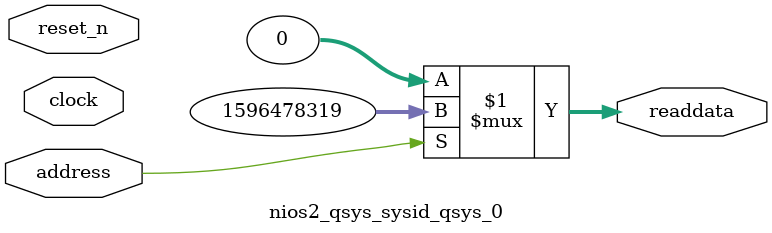
<source format=v>



// synthesis translate_off
`timescale 1ns / 1ps
// synthesis translate_on

// turn off superfluous verilog processor warnings 
// altera message_level Level1 
// altera message_off 10034 10035 10036 10037 10230 10240 10030 

module nios2_qsys_sysid_qsys_0 (
               // inputs:
                address,
                clock,
                reset_n,

               // outputs:
                readdata
             )
;

  output  [ 31: 0] readdata;
  input            address;
  input            clock;
  input            reset_n;

  wire    [ 31: 0] readdata;
  //control_slave, which is an e_avalon_slave
  assign readdata = address ? 1596478319 : 0;

endmodule



</source>
